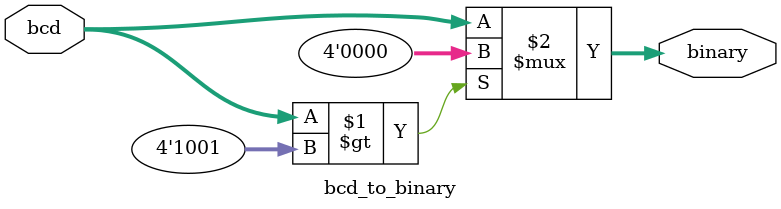
<source format=v>
module bcd_to_binary (
    input [3:0] bcd,
    output [3:0] binary
);
    assign binary = (bcd > 4'd9) ? 4'b0000 : bcd;
endmodule

</source>
